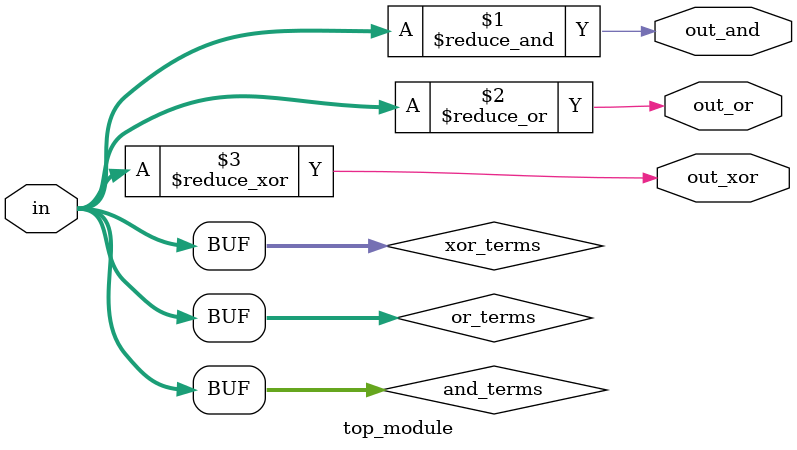
<source format=sv>
module top_module (
    input [99:0] in,
    output out_and,
    output out_or,
    output out_xor
);

wire [99:0] and_terms;
wire [99:0] or_terms;
wire [99:0] xor_terms;

genvar i;
generate
    for (i = 0; i < 100; i = i + 1) begin : gen_logic
        assign and_terms[i] = in[i];
        assign or_terms[i]  = in[i];
        assign xor_terms[i] = in[i];
    end
endgenerate

assign out_and = &and_terms;
assign out_or  = |or_terms;
assign out_xor = ^xor_terms;

endmodule

</source>
